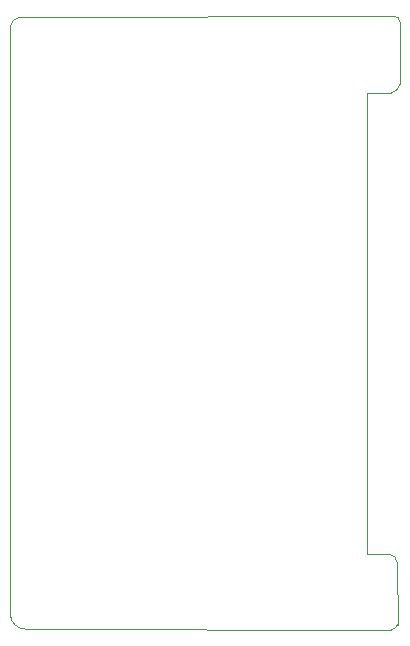
<source format=gm1>
%TF.GenerationSoftware,KiCad,Pcbnew,7.0.7*%
%TF.CreationDate,2024-08-02T14:57:20+08:00*%
%TF.ProjectId,Breadboard_power_supply,42726561-6462-46f6-9172-645f706f7765,rev?*%
%TF.SameCoordinates,Original*%
%TF.FileFunction,Profile,NP*%
%FSLAX46Y46*%
G04 Gerber Fmt 4.6, Leading zero omitted, Abs format (unit mm)*
G04 Created by KiCad (PCBNEW 7.0.7) date 2024-08-02 14:57:20*
%MOMM*%
%LPD*%
G01*
G04 APERTURE LIST*
%TA.AperFunction,Profile*%
%ADD10C,0.100000*%
%TD*%
G04 APERTURE END LIST*
D10*
X147503650Y-93764598D02*
G75*
G03*
X148264598Y-93003650I-253650J1014598D01*
G01*
X148250000Y-87750000D02*
G75*
G03*
X147750000Y-87250000I-500000J0D01*
G01*
X147524000Y-139229362D02*
G75*
G03*
X148059507Y-138778754I-254000J845362D01*
G01*
X147750000Y-87250000D02*
X116028000Y-87330001D01*
X115266001Y-88092000D02*
X115273768Y-138016248D01*
X148059508Y-138778754D02*
X148032000Y-133558000D01*
X116028000Y-87330002D02*
G75*
G03*
X115266002Y-88092000I254000J-1015998D01*
G01*
X145500000Y-132796000D02*
X145500000Y-93750000D01*
X147270000Y-132796000D02*
X145500000Y-132796000D01*
X116536000Y-139146000D02*
X147524000Y-139229363D01*
X148032000Y-133558000D02*
G75*
G03*
X147270000Y-132796000I-762000J0D01*
G01*
X148264599Y-93003650D02*
X148250000Y-87750000D01*
X145500000Y-93750000D02*
X147503650Y-93764599D01*
X115273768Y-138016248D02*
G75*
G03*
X116536000Y-139146000I1262232J140248D01*
G01*
M02*

</source>
